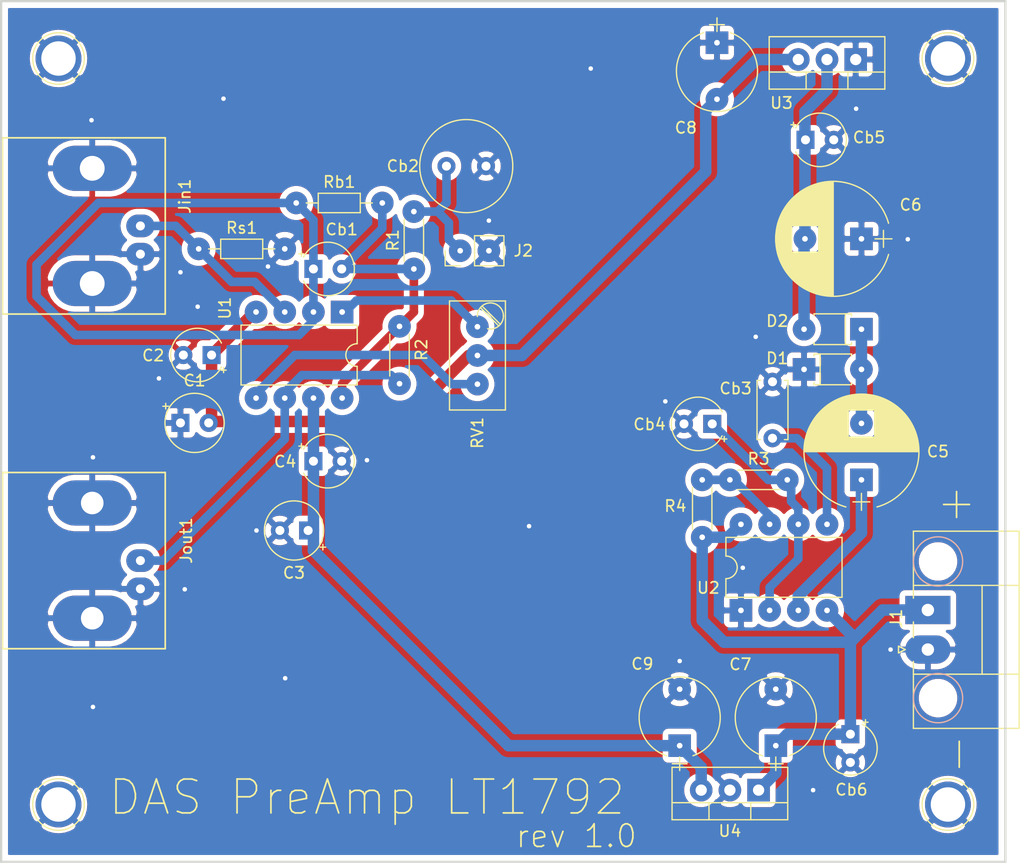
<source format=kicad_pcb>
(kicad_pcb (version 20171130) (host pcbnew 5.1.5-52549c5~84~ubuntu18.04.1)
  (layers (0 F.Cu signal) (31 B.Cu signal) (34 B.Paste user hide) (35 F.Paste user hide) (36 B.SilkS user hide) (37 F.SilkS user) (38 B.Mask user) (39 F.Mask user) (44 Edge.Cuts user))
  (net 0 "")
  (net 1 -VDC)
  (net 2 GND)
  (net 3 +VDC)
  (net 4 "Net-(Cb1-Pad1)")
  (net 5 "Net-(Cb1-Pad2)")
  (net 6 "Net-(Jin1-Pad1)")
  (net 7 "Net-(Jout1-Pad1)")
  (net 8 "Net-(R3-Pad1)")
  (net 9 "Net-(Cb2-Pad2)")
  (net 10 "Net-(Cb3-Pad1)")
  (net 11 "Net-(Cb4-Pad1)")
  (net 12 "Net-(C6-Pad2)")
  (net 13 VCC)
  (net 14 "Net-(RV1-Pad1)")
  (net 15 "Net-(RV1-Pad3)")
  (net 16 "Net-(C5-Pad1)")
  (net 17 "Net-(C5-Pad2)")
  (module Connectors_TE-Connectivity:BNC_Socket_TYCO-AMP_LargePads (layer F.Cu) (at 58.128 70.701 90)
    (fp_text reference Jin1 (at 2.629 8.928 90) (layer F.SilkS))
    (fp_text value BNC)
    (pad 2 thru_hole oval (at -5.09778 0.7366 90) (size 4.0012 7.00024) (drill 2.19964) (layers *.Cu *.Mask) (net 2 GND))
    (pad 2 thru_hole oval (at 5.10032 0.7366 90) (size 4.0012 7.00024) (drill 2.19964) (layers *.Cu *.Mask) (net 2 GND))
    (pad 1 thru_hole oval (at 0 5.00126 90) (size 2.002 2.49936) (drill 0.8) (layers *.Cu *.Mask) (net 6 "Net-(Jin1-Pad1)"))
    (pad 2 thru_hole oval (at -2.49936 5.00126 90) (size 2.002 2.49936) (drill 0.8) (layers *.Cu *.Mask) (net 2 GND))
  )
  (module Connectors_TE-Connectivity:BNC_Socket_TYCO-AMP_LargePads (layer F.Cu) (at 58.128 100.33 90)
    (fp_text reference Jout1 (at 1.778 9.055 90) (layer F.SilkS))
    (fp_text value BNC)
    (pad 2 thru_hole oval (at -5.09778 0.7366 90) (size 4 7.00024) (drill 2) (layers *.Cu *.Mask) (net 2 GND))
    (pad 2 thru_hole oval (at 5.10032 0.7366 90) (size 4 7.00024) (drill 2) (layers *.Cu *.Mask) (net 2 GND))
    (pad 1 thru_hole oval (at 0 5.00126 90) (size 2 2.49936) (drill 0.8) (layers *.Cu *.Mask) (net 7 "Net-(Jout1-Pad1)"))
    (pad 2 thru_hole oval (at -2.49936 5.00126 90) (size 2 2.49936) (drill 0.8) (layers *.Cu *.Mask) (net 2 GND))
  )
  (module Capacitors_THT:CP_Radial_Tantal_D4.5mm_P2.50mm (layer F.Cu) (at 78.448 74.511)
    (fp_text reference Cb1 (at 2.5 -3.5) (layer F.SilkS))
    (fp_text value 10n)
    (pad 2 thru_hole circle (at 2.5 0) (size 1.6 1.6) (drill 0.8) (layers *.Cu *.Mask) (net 5 "Net-(Cb1-Pad2)"))
    (pad 1 thru_hole rect (at 0 0) (size 1.6 1.6) (drill 0.8) (layers *.Cu *.Mask) (net 4 "Net-(Cb1-Pad1)"))
  )
  (module Socket_Strips:Socket_Strip_Straight_1x02_Pitch2.54mm (layer F.Cu) (at 91.44 72.898 90)
    (fp_text reference J2 (at 0 5.588) (layer F.SilkS))
    (fp_text value Conn_01x02)
    (pad 1 thru_hole circle (at 0 0 90) (size 2 2) (drill 0.5) (layers *.Cu *.Mask) (net 9 "Net-(Cb2-Pad2)"))
    (pad 2 thru_hole circle (at 0 2.54 90) (size 2 2) (drill 0.5) (layers *.Cu *.Mask) (net 2 GND))
  )
  (module Capacitors_THT:C_Radial_D8.0mm_H11.5mm_P3.50mm (layer F.Cu) (at 93.726 65.405 180)
    (fp_text reference Cb2 (at 7.366 0) (layer F.SilkS))
    (fp_text value 1n)
    (pad 1 thru_hole circle (at 0 0 180) (size 1.6 1.6) (drill 0.8) (layers *.Cu *.Mask) (net 2 GND))
    (pad 2 thru_hole circle (at 3.5 0 180) (size 1.6 1.6) (drill 0.8) (layers *.Cu *.Mask) (net 9 "Net-(Cb2-Pad2)"))
  )
  (module Connectors_Phoenix:PhoenixContact_MC-GF_02x3.50mm_Angled_ThreadedFlange_MountHole (layer F.Cu) (at 132.842 108.204 90)
    (fp_text reference J1 (at 2.75 -2.8 90) (layer F.SilkS))
    (fp_text value Conn_01x02)
    (pad 2 thru_hole oval (at 0 0 90) (size 2.5 4) (drill 1.1) (layers *.Cu *.Mask) (net 2 GND))
    (pad 1 thru_hole rect (at 3.5 0 90) (size 2.5 4) (drill 1.1) (layers *.Cu *.Mask) (net 13 VCC))
    (pad "" np_thru_hole circle (at -4.3 0.9 90) (size 2.4 2.4) (drill 2.4) (layers *.Cu *.Mask))
    (pad "" np_thru_hole circle (at 7.8 0.9 90) (size 2.4 2.4) (drill 2.4) (layers *.Cu *.Mask))
  )
  (module Connectors:1pin (layer F.Cu) (at 55.88 55.88)
    (fp_text reference "" (at 0 -3.048) (layer F.SilkS))
    (fp_text value 1pin)
    (pad 1 thru_hole circle (at 0 0) (size 4.064 4.064) (drill 3.048) (layers *.Cu *.Mask) (net 2 GND))
  )
  (module Resistors_THT:R_Axial_DIN0204_L3.6mm_D1.6mm_P5.08mm_Horizontal (layer F.Cu) (at 86.068 84.671 90)
    (fp_text reference R2 (at 3.01 1.943 90) (layer F.SilkS))
    (fp_text value 10k)
    (pad 1 thru_hole circle (at 0 0 90) (size 2 2) (drill 0.5) (layers *.Cu *.Mask) (net 7 "Net-(Jout1-Pad1)"))
    (pad 2 thru_hole circle (at 5.08 0 90) (size 2 2) (drill 0.5) (layers *.Cu *.Mask) (net 5 "Net-(Cb1-Pad2)"))
  )
  (module Connectors:1pin (layer F.Cu) (at 134.62 55.88)
    (fp_text reference "" (at 0 -3.048) (layer F.SilkS))
    (fp_text value 1pin)
    (pad 1 thru_hole circle (at 0 0) (size 4.064 4.064) (drill 3.048) (layers *.Cu *.Mask) (net 2 GND))
  )
  (module Housings_DIP:DIP-8_W7.62mm (layer F.Cu) (at 80.988 78.321 270)
    (fp_text reference U1 (at -0.343 10.376 270) (layer F.SilkS))
    (fp_text value LT1792)
    (pad 1 thru_hole rect (at 0 0 270) (size 2 2) (drill 0.508) (layers *.Cu *.Mask) (net 14 "Net-(RV1-Pad1)"))
    (pad 5 thru_hole circle (at 7.62 7.62 270) (size 2 2) (drill 0.5) (layers *.Cu *.Mask) (net 15 "Net-(RV1-Pad3)"))
    (pad 2 thru_hole circle (at 0 2.54 270) (size 2 2) (drill 0.5) (layers *.Cu *.Mask) (net 4 "Net-(Cb1-Pad1)"))
    (pad 6 thru_hole circle (at 7.62 5.08 270) (size 2 2) (drill 0.5) (layers *.Cu *.Mask) (net 7 "Net-(Jout1-Pad1)"))
    (pad 3 thru_hole circle (at 0 5.08 270) (size 2 2) (drill 0.5) (layers *.Cu *.Mask) (net 6 "Net-(Jin1-Pad1)"))
    (pad 7 thru_hole circle (at 7.62 2.54 270) (size 2 2) (drill 0.5) (layers *.Cu *.Mask) (net 3 +VDC))
    (pad 4 thru_hole circle (at 0 7.62 270) (size 2 2) (drill 0.5) (layers *.Cu *.Mask) (net 1 -VDC))
    (pad 8 thru_hole circle (at 7.62 0 270) (size 2 2) (drill 0.5) (layers *.Cu *.Mask) (net 5 "Net-(Cb1-Pad2)"))
  )
  (module Resistors_THT:R_Axial_DIN0204_L3.6mm_D1.6mm_P5.08mm_Horizontal (layer F.Cu) (at 87.338 74.511 90)
    (fp_text reference R1 (at 2.54 -1.86 90) (layer F.SilkS))
    (fp_text value 100)
    (pad 1 thru_hole circle (at 0 0 90) (size 2 2) (drill 0.5) (layers *.Cu *.Mask) (net 5 "Net-(Cb1-Pad2)"))
    (pad 2 thru_hole circle (at 5.08 0 90) (size 2 2) (drill 0.5) (layers *.Cu *.Mask) (net 9 "Net-(Cb2-Pad2)"))
  )
  (module Capacitors_THT:CP_Radial_Tantal_D7.0mm_P5.00mm (layer F.Cu) (at 119.38 116.713 90)
    (fp_text reference C7 (at 7.201 -3.137 180) (layer F.SilkS))
    (fp_text value 47u)
    (pad 1 thru_hole rect (at 0 0 90) (size 2 2) (drill 0.5) (layers *.Cu *.Mask) (net 13 VCC))
    (pad 2 thru_hole circle (at 5 0 90) (size 2 2) (drill 0.5) (layers *.Cu *.Mask) (net 2 GND))
  )
  (module Capacitors_THT:CP_Radial_Tantal_D7.0mm_P5.00mm (layer F.Cu) (at 110.871 116.713 90)
    (fp_text reference C9 (at 7.239 -3.302) (layer F.SilkS))
    (fp_text value 47u)
    (pad 1 thru_hole rect (at 0 0 90) (size 2 2) (drill 0.5) (layers *.Cu *.Mask) (net 3 +VDC))
    (pad 2 thru_hole circle (at 5 0 90) (size 2 2) (drill 0.5) (layers *.Cu *.Mask) (net 2 GND))
  )
  (module Capacitors_THT:CP_Radial_D10.0mm_P5.00mm (layer F.Cu) (at 126.962 71.844 180)
    (fp_text reference C6 (at -4.356 3.01 180) (layer F.SilkS))
    (fp_text value 220u)
    (pad 1 thru_hole rect (at 0 0 180) (size 2 2) (drill 0.5) (layers *.Cu *.Mask) (net 2 GND))
    (pad 2 thru_hole circle (at 5 0 180) (size 2 2) (drill 0.5) (layers *.Cu *.Mask) (net 12 "Net-(C6-Pad2)"))
  )
  (module Diodes_THT:D_T-1_P5.08mm_Horizontal (layer F.Cu) (at 121.882 83.401)
    (fp_text reference D1 (at -2.375 -0.978) (layer F.SilkS))
    (fp_text value 1N4148)
    (pad 1 thru_hole rect (at 0 0) (size 2 2) (drill 0.5) (layers *.Cu *.Mask) (net 2 GND))
    (pad 2 thru_hole oval (at 5.08 0) (size 2 2) (drill 0.5) (layers *.Cu *.Mask) (net 17 "Net-(C5-Pad2)"))
  )
  (module Diodes_THT:D_T-1_P5.08mm_Horizontal (layer F.Cu) (at 126.962 79.845 180)
    (fp_text reference D2 (at 7.455 0.724 180) (layer F.SilkS))
    (fp_text value 1N4148)
    (pad 1 thru_hole rect (at 0 0 180) (size 2 2) (drill 0.5) (layers *.Cu *.Mask) (net 17 "Net-(C5-Pad2)"))
    (pad 2 thru_hole circle (at 5.08 0 180) (size 2 2) (drill 0.5) (layers *.Cu *.Mask) (net 12 "Net-(C6-Pad2)"))
  )
  (module Resistors_THT:R_Axial_DIN0204_L3.6mm_D1.6mm_P7.62mm_Horizontal (layer F.Cu) (at 76.924 68.669)
    (fp_text reference Rb1 (at 3.81 -1.86) (layer F.SilkS))
    (fp_text value "100 Meg")
    (pad 1 thru_hole circle (at 0 0) (size 2 2) (drill 0.5) (layers *.Cu *.Mask) (net 4 "Net-(Cb1-Pad1)"))
    (pad 2 thru_hole circle (at 7.62 0) (size 2 2) (drill 0.5) (layers *.Cu *.Mask) (net 5 "Net-(Cb1-Pad2)"))
  )
  (module Resistors_THT:R_Axial_DIN0204_L3.6mm_D1.6mm_P7.62mm_Horizontal (layer F.Cu) (at 68.288 72.733)
    (fp_text reference Rs1 (at 3.81 -1.86) (layer F.SilkS))
    (fp_text value 100Meg)
    (pad 1 thru_hole circle (at 0 0) (size 2 2) (drill 0.5) (layers *.Cu *.Mask) (net 6 "Net-(Jin1-Pad1)"))
    (pad 2 thru_hole circle (at 7.62 0) (size 2 2) (drill 0.5) (layers *.Cu *.Mask) (net 2 GND))
  )
  (module Potentiometers:Potentiometer_Trimmer_Bourns_3296W (layer F.Cu) (at 92.964 79.629 90)
    (fp_text reference RV1 (at -9.398 0 90) (layer F.SilkS))
    (fp_text value 1Meg)
    (pad 1 thru_hole circle (at 0 0 90) (size 2 2) (drill 0.5) (layers *.Cu *.Mask) (net 14 "Net-(RV1-Pad1)"))
    (pad 2 thru_hole circle (at -2.54 0 90) (size 2 2) (drill 0.5) (layers *.Cu *.Mask) (net 1 -VDC))
    (pad 3 thru_hole circle (at -5.08 0 90) (size 2 2) (drill 0.5) (layers *.Cu *.Mask) (net 15 "Net-(RV1-Pad3)"))
  )
  (module Housings_DIP:DIP-8_W7.62mm (layer F.Cu) (at 116.294 104.737 90)
    (fp_text reference U2 (at 1.994 -2.883 180) (layer F.SilkS))
    (fp_text value NE555)
    (pad 1 thru_hole rect (at 0 0 90) (size 2 2) (drill 0.5) (layers *.Cu *.Mask) (net 2 GND))
    (pad 5 thru_hole circle (at 7.62 7.62 90) (size 2 2) (drill 0.5) (layers *.Cu *.Mask) (net 10 "Net-(Cb3-Pad1)"))
    (pad 2 thru_hole circle (at 0 2.54 90) (size 2 2) (drill 0.5) (layers *.Cu *.Mask) (net 11 "Net-(Cb4-Pad1)"))
    (pad 6 thru_hole circle (at 7.62 5.08 90) (size 2 2) (drill 0.5) (layers *.Cu *.Mask) (net 11 "Net-(Cb4-Pad1)"))
    (pad 3 thru_hole circle (at 0 5.08 90) (size 2 2) (drill 0.5) (layers *.Cu *.Mask) (net 16 "Net-(C5-Pad1)"))
    (pad 7 thru_hole circle (at 7.62 2.54 90) (size 2 2) (drill 0.5) (layers *.Cu *.Mask) (net 8 "Net-(R3-Pad1)"))
    (pad 4 thru_hole circle (at 0 7.62 90) (size 2 2) (drill 0.5) (layers *.Cu *.Mask) (net 13 VCC))
    (pad 8 thru_hole circle (at 7.62 0 90) (size 2 2) (drill 0.5) (layers *.Cu *.Mask) (net 13 VCC))
  )
  (module TO_SOT_Packages_THT:TO-220-3_Vertical (layer F.Cu) (at 126.454 55.969 180)
    (fp_text reference U3 (at 6.566 -3.848 180) (layer F.SilkS))
    (fp_text value L7905)
    (pad 1 thru_hole rect (at 0 0 180) (size 2 2) (drill 1) (layers *.Cu *.Mask) (net 2 GND))
    (pad 2 thru_hole circle (at 2.54 0 180) (size 2 2) (drill 1) (layers *.Cu *.Mask) (net 12 "Net-(C6-Pad2)"))
    (pad 3 thru_hole circle (at 5.08 0 180) (size 2 2) (drill 1) (layers *.Cu *.Mask) (net 1 -VDC))
  )
  (module TO_SOT_Packages_THT:TO-220-3_Vertical (layer F.Cu) (at 117.856 120.65 180)
    (fp_text reference U4 (at 2.54 -3.62 180) (layer F.SilkS))
    (fp_text value L7805)
    (pad 1 thru_hole rect (at 0 0 180) (size 2 2) (drill 1) (layers *.Cu *.Mask) (net 13 VCC))
    (pad 2 thru_hole circle (at 2.54 0 180) (size 2 2) (drill 1) (layers *.Cu *.Mask) (net 2 GND))
    (pad 3 thru_hole circle (at 5.08 0 180) (size 2 2) (drill 1) (layers *.Cu *.Mask) (net 3 +VDC))
  )
  (module Resistors_THT:R_Axial_DIN0204_L3.6mm_D1.6mm_P5.08mm_Horizontal (layer F.Cu) (at 115.316 93.18)
    (fp_text reference R3 (at 2.54 -1.86) (layer F.SilkS))
    (fp_text value 33k)
    (pad 1 thru_hole circle (at 0 0) (size 2 2) (drill 0.5) (layers *.Cu *.Mask) (net 8 "Net-(R3-Pad1)"))
    (pad 2 thru_hole circle (at 5.08 0) (size 2 2) (drill 0.5) (layers *.Cu *.Mask) (net 11 "Net-(Cb4-Pad1)"))
  )
  (module Resistors_THT:R_Axial_DIN0204_L3.6mm_D1.6mm_P5.08mm_Horizontal (layer F.Cu) (at 112.865 98.26 90)
    (fp_text reference R4 (at 2.756 -2.375 180) (layer F.SilkS))
    (fp_text value 4.7k)
    (pad 1 thru_hole circle (at 0 0 90) (size 2 2) (drill 0.5) (layers *.Cu *.Mask) (net 13 VCC))
    (pad 2 thru_hole circle (at 5.08 0 90) (size 2 2) (drill 0.5) (layers *.Cu *.Mask) (net 8 "Net-(R3-Pad1)"))
  )
  (module Connectors:1pin (layer F.Cu) (at 55.88 121.92)
    (fp_text reference "" (at 0 -3.048) (layer F.SilkS))
    (fp_text value 1pin)
    (pad 1 thru_hole circle (at 0 0) (size 4.064 4.064) (drill 3.048) (layers *.Cu *.Mask) (net 2 GND))
  )
  (module Connectors:1pin (layer F.Cu) (at 134.62 121.92)
    (fp_text reference "" (at 0 -3.048) (layer F.SilkS))
    (fp_text value 1pin)
    (pad 1 thru_hole circle (at 0 0) (size 4.064 4.064) (drill 3.048) (layers *.Cu *.Mask) (net 2 GND))
  )
  (module Capacitors_THT:CP_Radial_D10.0mm_P5.00mm (layer F.Cu) (at 126.962 93.18 90)
    (fp_text reference C5 (at 2.502 6.769 180) (layer F.SilkS))
    (fp_text value 220u)
    (pad 1 thru_hole rect (at 0 0 90) (size 2 2) (drill 0.5) (layers *.Cu *.Mask) (net 16 "Net-(C5-Pad1)"))
    (pad 2 thru_hole circle (at 5 0 90) (size 2 2) (drill 0.5) (layers *.Cu *.Mask) (net 17 "Net-(C5-Pad2)"))
  )
  (module Capacitors_THT:CP_Radial_Tantal_D7.0mm_P5.00mm (layer F.Cu) (at 114.173 54.483 270)
    (fp_text reference C8 (at 7.531 2.756) (layer F.SilkS))
    (fp_text value 47u)
    (pad 1 thru_hole rect (at 0 0 270) (size 2 2) (drill 0.5) (layers *.Cu *.Mask) (net 2 GND))
    (pad 2 thru_hole circle (at 5 0 270) (size 2 2) (drill 0.5) (layers *.Cu *.Mask) (net 1 -VDC))
  )
  (module Capacitors_THT:C_Disc_D5.0mm_W2.5mm_P5.00mm (layer F.Cu) (at 119.088 89.497 90)
    (fp_text reference Cb3 (at 4.407 -3.264 180) (layer F.SilkS))
    (fp_text value 100n)
    (pad 1 thru_hole circle (at 0 0 90) (size 1.6 1.6) (drill 0.8) (layers *.Cu *.Mask) (net 10 "Net-(Cb3-Pad1)"))
    (pad 2 thru_hole circle (at 5 0 90) (size 1.6 1.6) (drill 0.8) (layers *.Cu *.Mask) (net 2 GND))
  )
  (module Capacitors_THT:CP_Radial_Tantal_D4.5mm_P2.50mm (layer F.Cu) (at 113.754 88.227 180)
    (fp_text reference Cb4 (at 5.55 -0.038) (layer F.SilkS))
    (fp_text value 22n)
    (pad 1 thru_hole rect (at 0 0 180) (size 1.6 1.6) (drill 0.8) (layers *.Cu *.Mask) (net 11 "Net-(Cb4-Pad1)"))
    (pad 2 thru_hole circle (at 2.5 0 180) (size 1.6 1.6) (drill 0.8) (layers *.Cu *.Mask) (net 2 GND))
  )
  (module Capacitors_THT:CP_Radial_Tantal_D4.5mm_P2.50mm (layer F.Cu) (at 125.984 115.697 270)
    (fp_text reference Cb6 (at 4.915 -0.089 180) (layer F.SilkS))
    (fp_text value 100n)
    (pad 2 thru_hole circle (at 2.5 0 270) (size 1.6 1.6) (drill 0.8) (layers *.Cu *.Mask) (net 2 GND))
    (pad 1 thru_hole rect (at 0 0 270) (size 1.6 1.6) (drill 0.8) (layers *.Cu *.Mask) (net 13 VCC))
  )
  (module Capacitors_THT:CP_Radial_Tantal_D4.5mm_P2.50mm (layer F.Cu) (at 69.431 82.131 180)
    (fp_text reference C2 (at 5.169 -0.038) (layer F.SilkS))
    (fp_text value 0.1u)
    (pad 1 thru_hole rect (at 0 0 180) (size 1.6 1.6) (drill 0.8) (layers *.Cu *.Mask) (net 1 -VDC))
    (pad 2 thru_hole circle (at 2.5 0 180) (size 1.6 1.6) (drill 0.8) (layers *.Cu *.Mask) (net 2 GND))
  )
  (module Capacitors_THT:CP_Radial_Tantal_D4.5mm_P2.50mm (layer F.Cu) (at 78.448 91.529)
    (fp_text reference C4 (at -2.502 0.038) (layer F.SilkS))
    (fp_text value 0.1u)
    (pad 2 thru_hole circle (at 2.5 0) (size 1.6 1.6) (drill 0.8) (layers *.Cu *.Mask) (net 2 GND))
    (pad 1 thru_hole rect (at 0 0) (size 1.6 1.6) (drill 0.8) (layers *.Cu *.Mask) (net 3 +VDC))
  )
  (module Capacitors_THT:CP_Radial_Tantal_D4.5mm_P2.50mm (layer F.Cu) (at 122.009 63.081)
    (fp_text reference Cb5 (at 5.626 -0.216) (layer F.SilkS))
    (fp_text value 100n)
    (pad 1 thru_hole rect (at 0 0) (size 1.6 1.6) (drill 0.8) (layers *.Cu *.Mask) (net 12 "Net-(C6-Pad2)"))
    (pad 2 thru_hole circle (at 2.5 0) (size 1.6 1.6) (drill 0.8) (layers *.Cu *.Mask) (net 2 GND))
  )
  (module Capacitors_THT:CP_Radial_Tantal_D5.0mm_P2.50mm (layer F.Cu) (at 66.675 88.138)
    (fp_text reference C1 (at 1.25 -3.75) (layer F.SilkS))
    (fp_text value 10u)
    (pad 1 thru_hole rect (at 0 0) (size 1.6 1.6) (drill 0.8) (layers *.Cu *.Mask) (net 2 GND))
    (pad 2 thru_hole circle (at 2.5 0) (size 1.6 1.6) (drill 0.8) (layers *.Cu *.Mask) (net 1 -VDC))
  )
  (module Capacitors_THT:CP_Radial_Tantal_D5.0mm_P2.50mm (layer F.Cu) (at 77.978 97.663 180)
    (fp_text reference C3 (at 1.25 -3.75) (layer F.SilkS))
    (fp_text value 10u)
    (pad 2 thru_hole circle (at 2.5 0 180) (size 1.6 1.6) (drill 0.8) (layers *.Cu *.Mask) (net 2 GND))
    (pad 1 thru_hole rect (at 0 0 180) (size 1.6 1.6) (drill 0.8) (layers *.Cu *.Mask) (net 3 +VDC))
  )
  (gr_text "rev 1.0" (at 101.727 124.714) (layer F.SilkS) (effects (font (size 2 2))))
  (gr_text "DAS PreAmp LT1792" (at 83.185 121.285) (layer F.SilkS) (effects (font (size 3 3))))
  (gr_text - (at 135.382 117.475 90) (layer F.SilkS) (effects (font (size 3 3))))
  (gr_text + (at 135.382 95.123) (layer F.SilkS) (effects (font (size 3 3))))
  (gr_line (start 50.8 50.8) (end 139.7 50.8) (angle 90) (layer Edge.Cuts) (width 0.2))
  (gr_line (start 139.7 50.8) (end 139.7 127) (angle 90) (layer Edge.Cuts) (width 0.2))
  (gr_line (start 50.8 127) (end 139.7 127) (angle 90) (layer Edge.Cuts) (width 0.2))
  (gr_line (start 50.8 50.8) (end 50.8 127) (angle 90) (layer Edge.Cuts) (width 0.2))
  (segment (start 113.173001 60.482999) (end 113.173001 65.896999) (width 1.016) (layer B.Cu) (net 1))
  (segment (start 114.173 59.483) (end 113.173001 60.482999) (width 1.016) (layer B.Cu) (net 1))
  (segment (start 113.173001 65.896999) (end 96.901 82.169) (width 1.016) (layer B.Cu) (net 1))
  (segment (start 117.687 55.969) (end 121.374 55.969) (width 1.016) (layer B.Cu) (net 1))
  (segment (start 114.173 59.483) (end 117.687 55.969) (width 1.016) (layer B.Cu) (net 1))
  (segment (start 73.241 78.321) (end 69.431 82.131) (width 1.016) (layer F.Cu) (net 1))
  (segment (start 73.368 78.321) (end 73.241 78.321) (width 1.016) (layer F.Cu) (net 1))
  (segment (start 69.431 87.886) (end 69.556 88.011) (width 1.016) (layer F.Cu) (net 1))
  (segment (start 69.431 82.131) (end 69.431 87.886) (width 1.016) (layer F.Cu) (net 1))
  (segment (start 86.36 88.011) (end 69.556 88.011) (width 1.016) (layer F.Cu) (net 1))
  (segment (start 92.202 82.169) (end 86.36 88.011) (width 1.016) (layer F.Cu) (net 1))
  (segment (start 96.901 82.169) (end 92.964 82.169) (width 1.016) (layer B.Cu) (net 1))
  (via (at 93.98 70.231) (size 0.8) (drill 0.4) (layers F.Cu B.Cu) (net 2))
  (via (at 64.77 84.201) (size 0.8) (drill 0.4) (layers F.Cu B.Cu) (net 2))
  (via (at 66.675 74.803) (size 0.8) (drill 0.4) (layers F.Cu B.Cu) (net 2))
  (via (at 74.422 74.295) (size 0.8) (drill 0.4) (layers F.Cu B.Cu) (net 2))
  (via (at 116.459 100.965) (size 0.8) (drill 0.4) (layers F.Cu B.Cu) (net 2))
  (via (at 126.492 60.325) (size 0.8) (drill 0.4) (layers F.Cu B.Cu) (net 2))
  (via (at 117.602 80.518) (size 0.8) (drill 0.4) (layers F.Cu B.Cu) (net 2))
  (via (at 129.54 108.204) (size 0.8) (drill 0.4) (layers F.Cu B.Cu) (net 2))
  (via (at 122.682 120.65) (size 0.8) (drill 0.4) (layers F.Cu B.Cu) (net 2))
  (via (at 67.056 102.87) (size 0.8) (drill 0.4) (layers F.Cu B.Cu) (net 2))
  (via (at 58.928 113.284) (size 0.8) (drill 0.4) (layers F.Cu B.Cu) (net 2))
  (via (at 97.536 97.282) (size 0.8) (drill 0.4) (layers F.Cu B.Cu) (net 2))
  (via (at 70.485 59.436) (size 0.8) (drill 0.4) (layers F.Cu B.Cu) (net 2))
  (via (at 102.997 56.769) (size 0.8) (drill 0.4) (layers F.Cu B.Cu) (net 2))
  (via (at 83.185 91.44) (size 0.8) (drill 0.4) (layers F.Cu B.Cu) (net 2))
  (via (at 73.406 97.663) (size 0.8) (drill 0.4) (layers F.Cu B.Cu) (net 2))
  (via (at 58.801 61.341) (size 0.8) (drill 0.4) (layers F.Cu B.Cu) (net 2))
  (via (at 58.928 91.186) (size 0.8) (drill 0.4) (layers F.Cu B.Cu) (net 2))
  (via (at 110.871 109.22) (size 0.8) (drill 0.4) (layers F.Cu B.Cu) (net 2))
  (via (at 131.064 71.882) (size 0.8) (drill 0.4) (layers F.Cu B.Cu) (net 2))
  (via (at 75.946 110.744) (size 0.8) (drill 0.4) (layers F.Cu B.Cu) (net 2))
  (via (at 68.199 77.851) (size 0.8) (drill 0.4) (layers F.Cu B.Cu) (net 2))
  (via (at 109.601 86.233) (size 0.8) (drill 0.4) (layers F.Cu B.Cu) (net 2))
  (segment (start 78.448 97.625) (end 78.448 85.941) (width 1.016) (layer B.Cu) (net 3))
  (segment (start 112.776 118.618) (end 110.871 116.713) (width 1.016) (layer B.Cu) (net 3))
  (segment (start 112.776 120.65) (end 112.776 118.618) (width 1.016) (layer B.Cu) (net 3))
  (segment (start 78.448 99.441) (end 78.448 97.625) (width 1.016) (layer B.Cu) (net 3))
  (segment (start 95.72 116.713) (end 78.448 99.441) (width 1.016) (layer B.Cu) (net 3))
  (segment (start 110.871 116.713) (end 95.72 116.713) (width 1.016) (layer B.Cu) (net 3))
  (segment (start 78.448 78.321) (end 78.448 79.083) (width 0.762) (layer B.Cu) (net 4))
  (segment (start 78.448 78.321) (end 78.448 74.511) (width 0.762) (layer B.Cu) (net 4))
  (segment (start 57.366 80.353) (end 53.937 76.924) (width 0.762) (layer B.Cu) (net 4))
  (segment (start 53.937 76.924) (end 53.937 74.13) (width 0.762) (layer B.Cu) (net 4))
  (segment (start 53.937 74.13) (end 59.398 68.669) (width 0.762) (layer B.Cu) (net 4))
  (segment (start 59.398 68.669) (end 76.924 68.669) (width 0.762) (layer B.Cu) (net 4))
  (segment (start 78.448 79.083) (end 77.178 80.353) (width 0.762) (layer B.Cu) (net 4))
  (segment (start 77.178 80.353) (end 72.098 80.353) (width 0.762) (layer B.Cu) (net 4))
  (segment (start 72.098 80.353) (end 57.366 80.353) (width 0.762) (layer B.Cu) (net 4))
  (segment (start 78.448 70.193) (end 76.924 68.669) (width 0.762) (layer B.Cu) (net 4))
  (segment (start 78.448 74.511) (end 78.448 70.193) (width 0.762) (layer B.Cu) (net 4))
  (segment (start 87.338 78.321) (end 86.068 79.591) (width 0.762) (layer F.Cu) (net 5))
  (segment (start 87.338 74.511) (end 87.338 78.321) (width 0.762) (layer F.Cu) (net 5))
  (segment (start 80.988 84.671) (end 86.068 79.591) (width 0.762) (layer F.Cu) (net 5))
  (segment (start 80.988 85.941) (end 80.988 84.671) (width 0.762) (layer F.Cu) (net 5))
  (segment (start 83.448 74.511) (end 87.338 74.511) (width 0.762) (layer B.Cu) (net 5))
  (segment (start 80.948 74.511) (end 83.448 74.511) (width 0.762) (layer B.Cu) (net 5))
  (segment (start 84.544 70.915) (end 80.948 74.511) (width 0.762) (layer B.Cu) (net 5))
  (segment (start 84.544 68.669) (end 84.544 70.915) (width 0.762) (layer B.Cu) (net 5))
  (segment (start 66.256 70.701) (end 71.209 75.654) (width 0.762) (layer B.Cu) (net 6))
  (segment (start 71.209 75.654) (end 73.241 75.654) (width 0.762) (layer B.Cu) (net 6))
  (segment (start 73.241 75.654) (end 75.908 78.321) (width 0.762) (layer B.Cu) (net 6))
  (segment (start 63.12926 70.701) (end 66.256 70.701) (width 0.762) (layer B.Cu) (net 6))
  (segment (start 85.306 83.909) (end 86.068 84.671) (width 0.762) (layer B.Cu) (net 7))
  (segment (start 77.432 83.909) (end 85.306 83.909) (width 0.762) (layer B.Cu) (net 7))
  (segment (start 75.908 85.433) (end 77.432 83.909) (width 0.762) (layer B.Cu) (net 7))
  (segment (start 75.908 85.941) (end 75.908 85.433) (width 0.762) (layer B.Cu) (net 7))
  (segment (start 75.908 85.941) (end 75.908 86.449) (width 0.762) (layer B.Cu) (net 7))
  (segment (start 75.908 89.56294) (end 65.14094 100.33) (width 0.762) (layer B.Cu) (net 7))
  (segment (start 65.14094 100.33) (end 63.12926 100.33) (width 0.762) (layer B.Cu) (net 7))
  (segment (start 75.908 85.941) (end 75.908 89.56294) (width 0.762) (layer B.Cu) (net 7))
  (segment (start 118.834 96.355) (end 115.659 93.18) (width 0.762) (layer B.Cu) (net 8))
  (segment (start 118.834 97.117) (end 118.834 96.355) (width 0.762) (layer B.Cu) (net 8))
  (segment (start 115.659 93.18) (end 112.865 93.18) (width 0.762) (layer B.Cu) (net 8))
  (segment (start 87.338 69.431) (end 89.446 69.431) (width 0.762) (layer B.Cu) (net 9))
  (segment (start 90.226 68.651) (end 90.226 65.405) (width 0.762) (layer B.Cu) (net 9))
  (segment (start 89.446 69.431) (end 90.226 68.651) (width 0.762) (layer B.Cu) (net 9))
  (segment (start 90.440001 70.425001) (end 89.446 69.431) (width 0.762) (layer B.Cu) (net 9))
  (segment (start 90.440001 71.898001) (end 90.440001 70.425001) (width 0.762) (layer B.Cu) (net 9))
  (segment (start 91.44 72.898) (end 90.440001 71.898001) (width 0.762) (layer B.Cu) (net 9))
  (segment (start 123.914 92.164) (end 121.247 89.497) (width 0.762) (layer B.Cu) (net 10))
  (segment (start 121.247 89.497) (end 119.088 89.497) (width 0.762) (layer B.Cu) (net 10))
  (segment (start 123.914 97.117) (end 123.914 92.164) (width 0.762) (layer B.Cu) (net 10))
  (segment (start 118.834 102.705) (end 121.374 100.165) (width 0.762) (layer B.Cu) (net 11))
  (segment (start 121.374 100.165) (end 121.374 97.117) (width 0.762) (layer B.Cu) (net 11))
  (segment (start 118.834 104.737) (end 118.834 102.705) (width 0.762) (layer B.Cu) (net 11))
  (segment (start 121.374 95.72) (end 120.739 95.085) (width 0.762) (layer B.Cu) (net 11))
  (segment (start 120.739 95.085) (end 120.739 93.18) (width 0.762) (layer B.Cu) (net 11))
  (segment (start 121.374 97.117) (end 121.374 95.72) (width 0.762) (layer B.Cu) (net 11))
  (segment (start 118.707 93.18) (end 113.754 88.227) (width 0.762) (layer B.Cu) (net 11))
  (segment (start 120.739 93.18) (end 118.707 93.18) (width 0.762) (layer B.Cu) (net 11))
  (segment (start 121.882 79.845) (end 121.882 79.384) (width 0.762) (layer B.Cu) (net 12))
  (segment (start 121.882 71.924) (end 121.962 71.844) (width 1.016) (layer B.Cu) (net 12))
  (segment (start 121.882 79.845) (end 121.882 71.924) (width 1.016) (layer B.Cu) (net 12))
  (segment (start 121.962 60.588) (end 123.914 58.636) (width 1.016) (layer B.Cu) (net 12))
  (segment (start 123.914 58.636) (end 123.914 55.969) (width 1.016) (layer B.Cu) (net 12))
  (segment (start 121.962 71.844) (end 121.962 60.588) (width 1.016) (layer B.Cu) (net 12))
  (segment (start 116.294 97.117) (end 116.04 97.117) (width 1.016) (layer B.Cu) (net 13))
  (segment (start 115.151 98.26) (end 116.294 97.117) (width 1.016) (layer B.Cu) (net 13))
  (segment (start 112.865 98.26) (end 115.151 98.26) (width 1.016) (layer B.Cu) (net 13))
  (segment (start 132.042 104.704) (end 132.842 104.704) (width 1.016) (layer B.Cu) (net 13))
  (segment (start 120.396 115.697) (end 119.38 116.713) (width 1.016) (layer B.Cu) (net 13))
  (segment (start 125.984 115.697) (end 120.396 115.697) (width 1.016) (layer B.Cu) (net 13))
  (segment (start 119.38 119.126) (end 117.856 120.65) (width 1.016) (layer B.Cu) (net 13))
  (segment (start 119.38 116.713) (end 119.38 119.126) (width 1.016) (layer B.Cu) (net 13))
  (segment (start 125.984 107.554) (end 125.984 115.697) (width 1.016) (layer B.Cu) (net 13))
  (segment (start 128.834 104.704) (end 125.984 107.554) (width 1.016) (layer B.Cu) (net 13))
  (segment (start 132.842 104.704) (end 128.834 104.704) (width 1.016) (layer B.Cu) (net 13))
  (segment (start 125.984 107.554) (end 114.793 107.554) (width 1.016) (layer B.Cu) (net 13))
  (segment (start 112.865 105.626) (end 112.865 98.26) (width 1.016) (layer B.Cu) (net 13))
  (segment (start 114.793 107.554) (end 112.865 105.626) (width 1.016) (layer B.Cu) (net 13))
  (segment (start 125.984 106.807) (end 123.914 104.737) (width 1.016) (layer B.Cu) (net 13))
  (segment (start 125.984 107.554) (end 125.984 106.807) (width 1.016) (layer B.Cu) (net 13))
  (segment (start 90.64 77.305) (end 92.964 79.629) (width 0.762) (layer B.Cu) (net 14))
  (segment (start 82.258 77.305) (end 90.64 77.305) (width 0.762) (layer B.Cu) (net 14))
  (segment (start 80.988 78.321) (end 81.242 78.321) (width 0.762) (layer B.Cu) (net 14))
  (segment (start 81.242 78.321) (end 82.258 77.305) (width 0.762) (layer B.Cu) (net 14))
  (segment (start 90.678 84.709) (end 92.964 84.709) (width 0.762) (layer B.Cu) (net 15))
  (segment (start 88.1 82.131) (end 90.678 84.709) (width 0.762) (layer B.Cu) (net 15))
  (segment (start 76.797 82.131) (end 88.1 82.131) (width 0.762) (layer B.Cu) (net 15))
  (segment (start 73.368 85.941) (end 73.368 85.56) (width 0.762) (layer B.Cu) (net 15))
  (segment (start 73.368 85.56) (end 76.797 82.131) (width 0.762) (layer B.Cu) (net 15))
  (segment (start 121.374 103.467) (end 126.962 97.879) (width 1.016) (layer B.Cu) (net 16))
  (segment (start 126.962 97.879) (end 126.962 93.18) (width 1.016) (layer B.Cu) (net 16))
  (segment (start 121.374 104.737) (end 121.374 103.467) (width 1.016) (layer B.Cu) (net 16))
  (segment (start 126.962 88.18) (end 126.962 79.845) (width 1.016) (layer B.Cu) (net 17))
  (zone (net 2) (net_name GND) (layer B.Cu) (connect_pads (clearance 0.508)) (min_thickness 0.254) (fill yes (arc_segments 32) (thermal_gap 0.508) (thermal_bridge_width 0.508))
    (polygon (pts (xy 50.8 50.8) (xy 50.8 127) (xy 139.7 127) (xy 139.7 50.8)))
  )
  (zone (net 2) (net_name GND) (layer F.Cu) (connect_pads (clearance 0.508)) (min_thickness 0.254) (fill yes (arc_segments 32) (thermal_gap 0.508) (thermal_bridge_width 0.508))
    (polygon (pts (xy 50.8 50.8) (xy 50.8 127) (xy 139.7 127) (xy 139.7 50.8)))
  )
)
</source>
